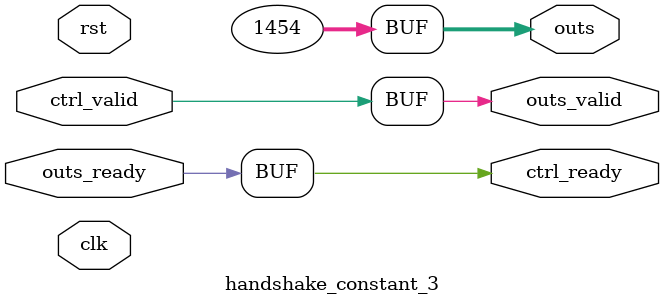
<source format=v>
`timescale 1ns / 1ps
module handshake_constant_3 #(
  parameter DATA_WIDTH = 32  // Default set to 32 bits
) (
  input                       clk,
  input                       rst,
  // Input Channel
  input                       ctrl_valid,
  output                      ctrl_ready,
  // Output Channel
  output [DATA_WIDTH - 1 : 0] outs,
  output                      outs_valid,
  input                       outs_ready
);
  assign outs       = 12'b010110101110;
  assign outs_valid = ctrl_valid;
  assign ctrl_ready = outs_ready;

endmodule

</source>
